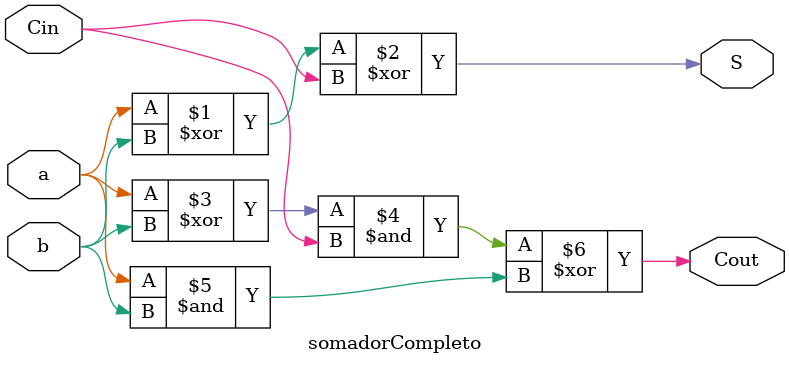
<source format=v>
module Somador(
    input [9:0] SW,
    input [2:0] KEY,
    output [5:0] LEDR
);
    wire [4:0] Cout;
    meioSomador S1(SW[0], SW[5], Cout[0], LEDR[0]);
    somadorCompleto S2(SW[1], SW[6], Cout[0], Cout[1], LEDR[1]);
    somadorCompleto S3(SW[2], SW[7], Cout[1], Cout[2], LEDR[2]);
    somadorCompleto S4(SW[3], SW[8], Cout[2], Cout[3], LEDR[3]);
    somadorCompleto S5(SW[4], SW[9], Cout[3], Cout[4], LEDR[4]);

    assign LEDR[5] = Cout[4];
endmodule

module meioSomador(
    input a,
    input b,
    output Cout,
    output S
);
    assign S = a ^ b;
    assign Cout = a & b;
endmodule

module somadorCompleto(
    input a,
    input b,
    input Cin,
    output Cout,
    output S
);
    assign S = (a ^ b) ^ Cin;
    assign Cout = (((a ^ b) & Cin) ^ (a & b));

endmodule

</source>
